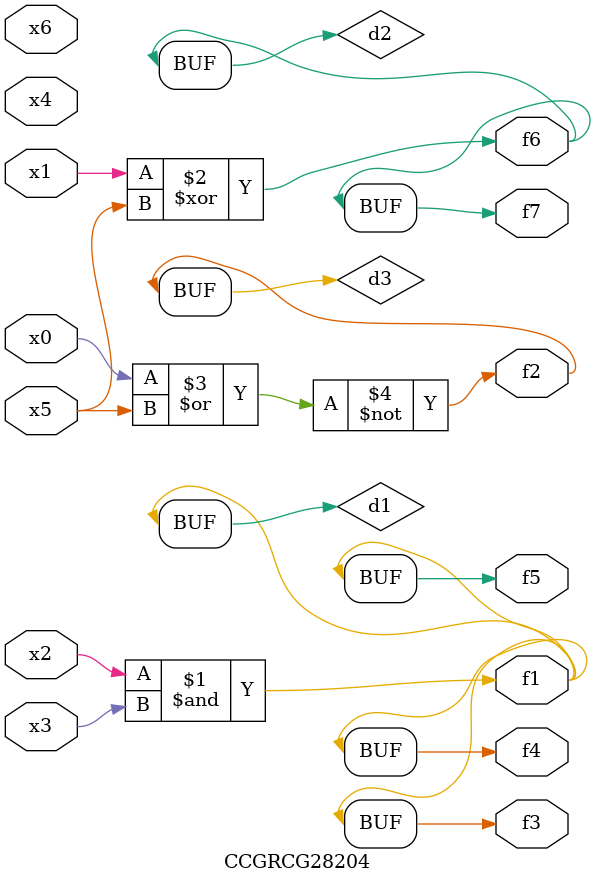
<source format=v>
module CCGRCG28204(
	input x0, x1, x2, x3, x4, x5, x6,
	output f1, f2, f3, f4, f5, f6, f7
);

	wire d1, d2, d3;

	and (d1, x2, x3);
	xor (d2, x1, x5);
	nor (d3, x0, x5);
	assign f1 = d1;
	assign f2 = d3;
	assign f3 = d1;
	assign f4 = d1;
	assign f5 = d1;
	assign f6 = d2;
	assign f7 = d2;
endmodule

</source>
